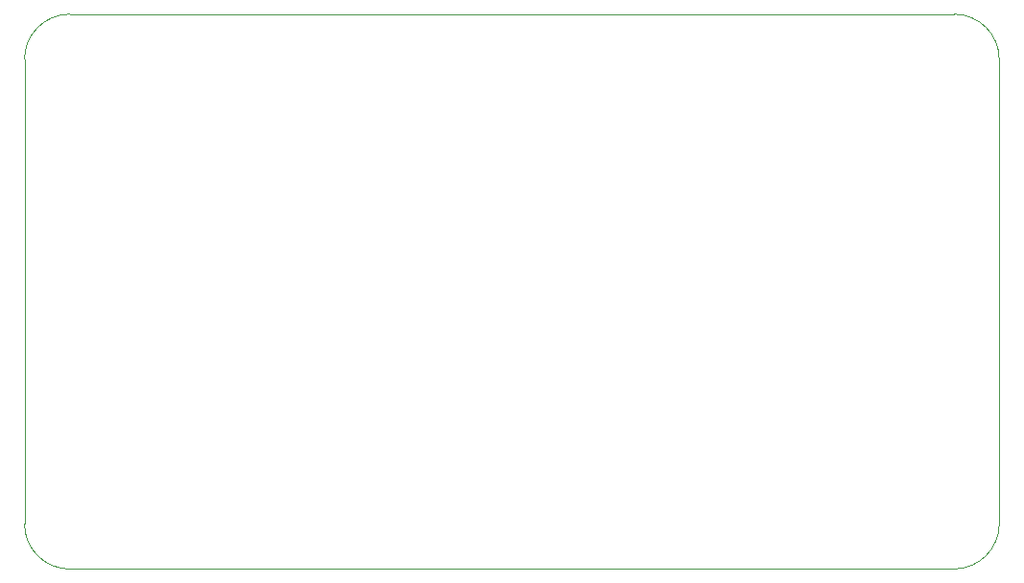
<source format=gm1>
G04*
G04 #@! TF.GenerationSoftware,Altium Limited,Altium Designer,23.3.1 (30)*
G04*
G04 Layer_Color=16711935*
%FSLAX24Y24*%
%MOIN*%
G70*
G04*
G04 #@! TF.SameCoordinates,0EE62ADF-7674-4DCD-90CA-8C9100EC0EC2*
G04*
G04*
G04 #@! TF.FilePolarity,Positive*
G04*
G01*
G75*
%ADD15C,0.0005*%
D15*
X1577Y19294D02*
G03*
X3Y17719I0J-1575D01*
G01*
X33861D02*
G03*
X32286Y19294I-1575J0D01*
G01*
Y3D02*
G03*
X33861Y1577I0J1575D01*
G01*
X3D02*
G03*
X1577Y3I1575J0D01*
G01*
Y19294D02*
X32286D01*
X33861Y1577D02*
Y17719D01*
X1577Y3D02*
X32286D01*
X3Y1577D02*
Y17719D01*
M02*

</source>
